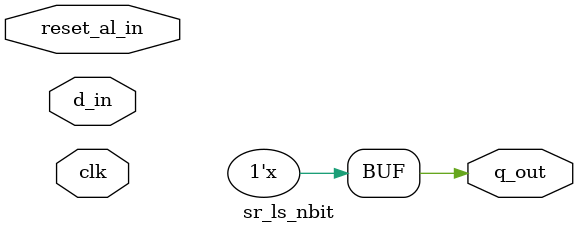
<source format=v>
module sr_ls_nbit #(parameter N=4) (d_in, q_out, clk, reset_al_in);

input  clk;
input  reset_al_in;
input  d_in;
output q_out;

reg [N-1:0] sr;

always@(posedge clk or negedge reset_al_in) begin
	if (~reset_al_in) 
		sr <= 0;
	else 
		sr <= {sr[3:0], SI};
end

assign q_out=sr[N];
endmodule
</source>
